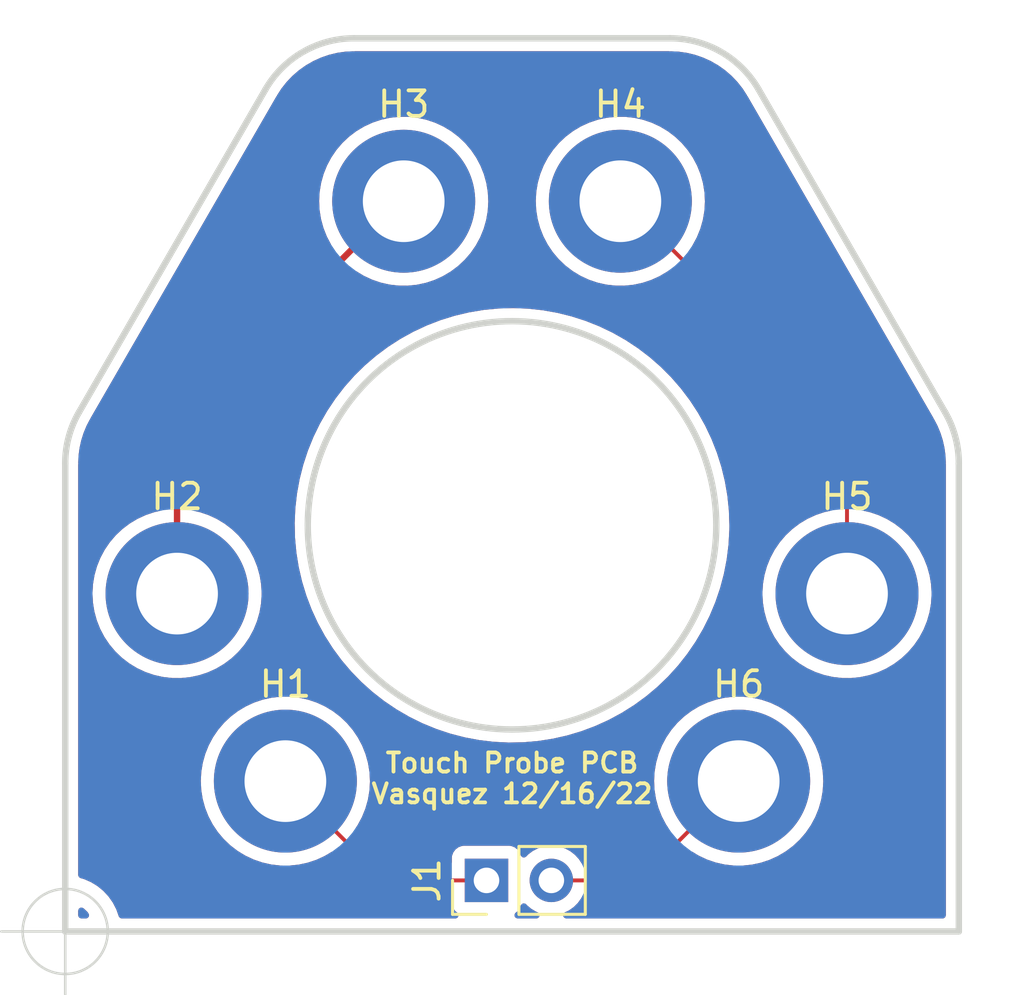
<source format=kicad_pcb>
(kicad_pcb (version 20211014) (generator pcbnew)
  (layers (0 "F.Cu" signal) (31 "B.Cu" signal) (34 "B.Paste" user) (35 "F.Paste" user) (36 "B.SilkS" user "B.Silkscreen") (37 "F.SilkS" user "F.Silkscreen") (38 "B.Mask" user) (39 "F.Mask" user) (44 "Edge.Cuts" user))
  (net 0 "")
  (net 1 "Net-(H1-Pad1)")
  (net 2 "Net-(H2-Pad1)")
  (net 3 "Net-(H4-Pad1)")
  (net 4 "Net-(H6-Pad1)")
  (footprint "MountingHole:MountingHole_3.2mm_M3_DIN965_Pad" (layer "F.Cu") (at 134.380157 125.761182)
    (fp_text reference "H2" (at 0 -3.8) (layer "F.SilkS"))
    (fp_text value "MountingHole_Pad")
    (pad "1" thru_hole circle (at 0 0) (size 5.6 5.6) (drill 3.2) (layers *.Cu *.Mask) (net 2 "Net-(H2-Pad1)"))
  )
  (footprint "MountingHole:MountingHole_3.2mm_M3_DIN965_Pad" (layer "F.Cu") (at 138.622798 133.109652)
    (fp_text reference "H1" (at 0 -3.8) (layer "F.SilkS"))
    (fp_text value "MountingHole_Pad")
    (pad "1" thru_hole circle (at 0 0) (size 5.6 5.6) (drill 3.2) (layers *.Cu *.Mask) (net 1 "Net-(H1-Pad1)"))
  )
  (footprint "MountingHole:MountingHole_3.2mm_M3_DIN965_Pad" (layer "F.Cu") (at 156.377202 133.109652)
    (fp_text reference "H6" (at 0 -3.8) (layer "F.SilkS"))
    (fp_text value "MountingHole_Pad")
    (pad "1" thru_hole circle (at 0 0) (size 5.6 5.6) (drill 3.2) (layers *.Cu *.Mask) (net 4 "Net-(H6-Pad1)"))
  )
  (footprint "MountingHole:MountingHole_3.2mm_M3_DIN965_Pad" (layer "F.Cu") (at 160.619843 125.761182)
    (fp_text reference "H5" (at 0 -3.8) (layer "F.SilkS"))
    (fp_text value "MountingHole_Pad")
    (pad "1" thru_hole circle (at 0 0) (size 5.6 5.6) (drill 3.2) (layers *.Cu *.Mask) (net 3 "Net-(H4-Pad1)"))
  )
  (footprint "MountingHole:MountingHole_3.2mm_M3_DIN965_Pad" (layer "F.Cu") (at 143.257359 110.385417)
    (fp_text reference "H3" (at 0 -3.8) (layer "F.SilkS"))
    (fp_text value "MountingHole_Pad")
    (pad "1" thru_hole circle (at 0 0) (size 5.6 5.6) (drill 3.2) (layers *.Cu *.Mask) (net 2 "Net-(H2-Pad1)"))
  )
  (footprint "Connector_PinHeader_2.54mm:PinHeader_1x02_P2.54mm_Vertical" (layer "F.Cu") (at 146.5 137 90)
    (fp_text reference "J1" (at 0 -2.33 90) (layer "F.SilkS"))
    (fp_text value "Conn_01x02_Male" hide)
    (fp_line (start -1.33 1.27) (end -1.33 3.87) (layer "F.SilkS") (width 0.12))
    (fp_line (start -1.33 3.87) (end 1.33 3.87) (layer "F.SilkS") (width 0.12))
    (fp_line (start -1.33 -1.33) (end 0 -1.33) (layer "F.SilkS") (width 0.12))
    (fp_line (start -1.33 0) (end -1.33 -1.33) (layer "F.SilkS") (width 0.12))
    (fp_line (start 1.33 1.27) (end 1.33 3.87) (layer "F.SilkS") (width 0.12))
    (fp_line (start -1.33 1.27) (end 1.33 1.27) (layer "F.SilkS") (width 0.12))
    (pad "1" thru_hole rect (at 0 0 90) (size 1.7 1.7) (drill 1) (layers *.Cu *.Mask) (net 1 "Net-(H1-Pad1)"))
    (pad "2" thru_hole oval (at 0 2.54 90) (size 1.7 1.7) (drill 1) (layers *.Cu *.Mask) (net 4 "Net-(H6-Pad1)"))
  )
  (footprint "MountingHole:MountingHole_3.2mm_M3_DIN965_Pad" (layer "F.Cu") (at 151.742641 110.385417)
    (fp_text reference "H4" (at 0 -3.8) (layer "F.SilkS"))
    (fp_text value "MountingHole_Pad")
    (pad "1" thru_hole circle (at 0 0) (size 5.6 5.6) (drill 3.2) (layers *.Cu *.Mask) (net 3 "Net-(H4-Pad1)"))
  )
  (gr_line (start 165 120.660254) (end 165 139) (layer "Edge.Cuts") (width 0.25))
  (gr_line (start 165 139) (end 130 139) (layer "Edge.Cuts") (width 0.25))
  (gr_circle (center 147.5 123.085417) (end 139.5 123.085417) (layer "Edge.Cuts") (width 0.25) (fill none))
  (gr_line (start 130.535898 118.660254) (end 137.845299 106) (layer "Edge.Cuts") (width 0.25))
  (gr_arc (start 164.464102 118.660254) (mid 164.863703 119.624978) (end 165 120.660254) (layer "Edge.Cuts") (width 0.25))
  (gr_arc (start 153.690599 104) (mid 155.690599 104.535898) (end 157.154701 106) (layer "Edge.Cuts") (width 0.25))
  (gr_line (start 130 139) (end 130 120.660254) (layer "Edge.Cuts") (width 0.25))
  (gr_arc (start 137.845299 106) (mid 139.309403 104.535904) (end 141.309401 104) (layer "Edge.Cuts") (width 0.25))
  (gr_arc (start 130 120.660254) (mid 130.136288 119.624974) (end 130.535898 118.660254) (layer "Edge.Cuts") (width 0.25))
  (gr_line (start 141.309401 104) (end 153.690599 104) (layer "Edge.Cuts") (width 0.25))
  (gr_line (start 157.154701 106) (end 164.464102 118.660254) (layer "Edge.Cuts") (width 0.25))
  (gr_text "Touch Probe PCB\nVasquez 12/16/22" (at 147.5 133) (layer "F.SilkS") (effects (font (size 0.75 0.75))))
  (target plus (at 130 139) (size 5) (width 0.1) (layer "Edge.Cuts"))
  (segment (start 142.513146 137) (end 138.622798 133.109652) (width 0.1524) (layer "F.Cu") (net 1))
  (segment (start 146.5 137) (end 142.513146 137) (width 0.1524) (layer "F.Cu") (net 1))
  (segment (start 143.114583 110.385417) (end 134.380157 119.119843) (width 0.25) (layer "F.Cu") (net 2))
  (segment (start 134.380157 119.119843) (end 134.380157 125.761182) (width 0.25) (layer "F.Cu") (net 2))
  (segment (start 143.257359 110.385417) (end 143.114583 110.385417) (width 0.25) (layer "F.Cu") (net 2))
  (segment (start 151.885417 110.385417) (end 160.619843 119.119843) (width 0.1524) (layer "F.Cu") (net 3))
  (segment (start 151.742641 110.385417) (end 151.885417 110.385417) (width 0.1524) (layer "F.Cu") (net 3))
  (segment (start 160.619843 119.119843) (end 160.619843 125.761182) (width 0.1524) (layer "F.Cu") (net 3))
  (segment (start 152.486854 137) (end 149.04 137) (width 0.1524) (layer "F.Cu") (net 4))
  (segment (start 156.377202 133.109652) (end 152.486854 137) (width 0.1524) (layer "F.Cu") (net 4))
  (zone (net 0) (net_name "") (layers F&B.Cu) (connect_pads (clearance 0.508)) (min_thickness 0.254) (fill yes (thermal_gap 0.508) (thermal_bridge_width 0.508))
    (polygon (pts (xy 165 118) (xy 165 139) (xy 130 139) (xy 130 117.5) (xy 138.5 102.5) (xy 156 102.5)))
  )
)
</source>
